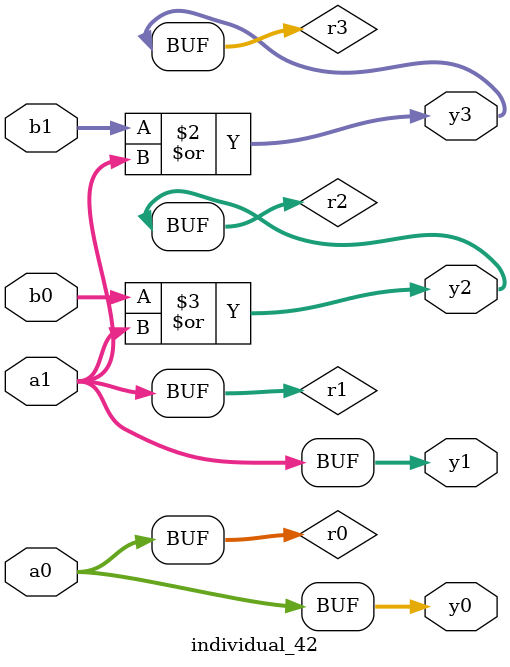
<source format=sv>
module individual_42(input logic [15:0] a1, input logic [15:0] a0, input logic [15:0] b1, input logic [15:0] b0, output logic [15:0] y3, output logic [15:0] y2, output logic [15:0] y1, output logic [15:0] y0);
logic [15:0] r0, r1, r2, r3; 
 always@(*) begin 
	 r0 = a0; r1 = a1; r2 = b0; r3 = b1; 
 	 r3  |=  a1 ;
 	 r2  |=  r1 ;
 	 y3 = r3; y2 = r2; y1 = r1; y0 = r0; 
end
endmodule
</source>
